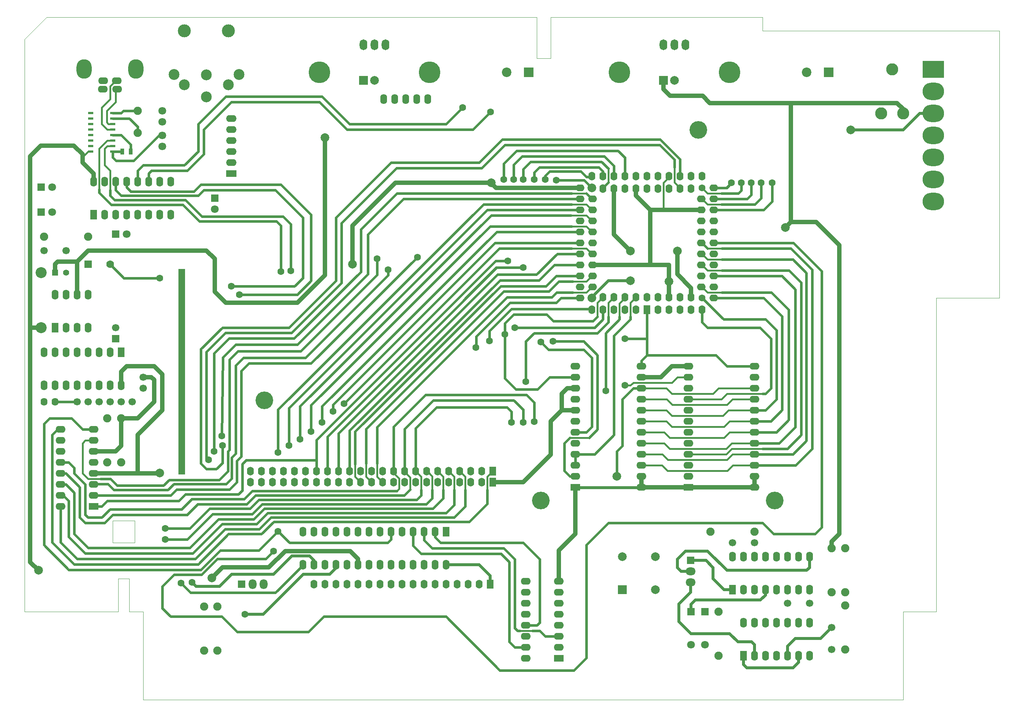
<source format=gtl>
G04 (created by PCBNEW (2013-07-07 BZR 4022)-stable) date 28/12/2022 13:18:45*
%MOIN*%
G04 Gerber Fmt 3.4, Leading zero omitted, Abs format*
%FSLAX34Y34*%
G01*
G70*
G90*
G04 APERTURE LIST*
%ADD10C,0.00590551*%
%ADD11C,0.00393701*%
%ADD12R,0.19685X0.15748*%
%ADD13O,0.19685X0.15748*%
%ADD14R,0.0649606X1.87008*%
%ADD15R,0.0787402X0.0787402*%
%ADD16C,0.0787402*%
%ADD17C,0.0748031*%
%ADD18R,0.09X0.062*%
%ADD19O,0.09X0.062*%
%ADD20C,0.19685*%
%ADD21O,0.0905512X0.0629921*%
%ADD22O,0.137795X0.177165*%
%ADD23R,0.062X0.09*%
%ADD24O,0.062X0.09*%
%ADD25O,0.07X0.0984252*%
%ADD26R,0.0629921X0.0787402*%
%ADD27O,0.0629921X0.0787402*%
%ADD28O,0.0787402X0.0629921*%
%ADD29C,0.0629921*%
%ADD30O,0.0629921X0.0905512*%
%ADD31R,0.0866142X0.0866142*%
%ADD32C,0.0866142*%
%ADD33C,0.0669291*%
%ADD34C,0.0708661*%
%ADD35R,0.035X0.055*%
%ADD36C,0.0984252*%
%ADD37C,0.11811*%
%ADD38R,0.0944882X0.0629921*%
%ADD39O,0.0944882X0.0629921*%
%ADD40R,0.0708661X0.0708661*%
%ADD41O,0.0905512X0.0708661*%
%ADD42C,0.110236*%
%ADD43R,0.045X0.02*%
%ADD44R,0.0669291X0.0669291*%
%ADD45O,0.0629921X0.0708661*%
%ADD46R,0.055X0.055*%
%ADD47C,0.055*%
%ADD48C,0.1*%
%ADD49C,0.16*%
%ADD50O,0.0708661X0.0905512*%
%ADD51R,0.07X0.07*%
%ADD52C,0.07*%
%ADD53C,0.0393701*%
%ADD54C,0.023622*%
%ADD55C,0.015748*%
%ADD56C,0.0275591*%
G04 APERTURE END LIST*
G54D10*
G54D11*
X8000Y-45750D02*
X8000Y-47750D01*
X10000Y-45750D02*
X8000Y-45750D01*
X10000Y-47750D02*
X10000Y-45750D01*
X8000Y-47750D02*
X10000Y-47750D01*
X8500Y-54000D02*
X0Y-54000D01*
X9500Y-54000D02*
X10750Y-54000D01*
X9500Y-51000D02*
X9500Y-54000D01*
X8500Y-51000D02*
X9500Y-51000D01*
X8500Y-54000D02*
X8500Y-51000D01*
X88500Y-1250D02*
X88500Y-25500D01*
X67000Y-1250D02*
X88500Y-1250D01*
X67000Y0D02*
X67000Y-1250D01*
X47750Y0D02*
X67000Y0D01*
X46500Y0D02*
X2000Y0D01*
X47750Y-3750D02*
X47750Y0D01*
X46500Y-3750D02*
X47750Y-3750D01*
X46500Y0D02*
X46500Y-3750D01*
X0Y-2000D02*
X2000Y0D01*
X0Y-54000D02*
X0Y-2000D01*
X10750Y-62000D02*
X10750Y-54000D01*
X79750Y-62000D02*
X10750Y-62000D01*
X82750Y-25500D02*
X88500Y-25500D01*
X82750Y-54000D02*
X82750Y-25500D01*
X79750Y-54000D02*
X82750Y-54000D01*
X79750Y-62000D02*
X79750Y-54000D01*
G54D12*
X82500Y-4750D03*
G54D13*
X82500Y-6750D03*
X82500Y-8750D03*
X82500Y-10750D03*
X82500Y-12750D03*
X82500Y-14750D03*
X82500Y-16750D03*
G54D14*
X14250Y-32200D03*
G54D15*
X54250Y-52000D03*
G54D16*
X54250Y-49000D03*
X57250Y-49000D03*
X57250Y-52000D03*
G54D17*
X10250Y-10500D03*
X10250Y-8500D03*
G54D18*
X48500Y-58250D03*
G54D19*
X48500Y-57250D03*
X48500Y-56250D03*
X48500Y-55250D03*
X48500Y-54250D03*
X48500Y-53250D03*
X48500Y-52250D03*
X48500Y-51250D03*
X45500Y-51250D03*
X45500Y-52250D03*
X45500Y-53250D03*
X45500Y-54250D03*
X45500Y-55250D03*
X45500Y-56250D03*
X45500Y-57250D03*
X45500Y-58250D03*
G54D20*
X64000Y-5000D03*
X54000Y-5000D03*
G54D21*
X7112Y-6550D03*
X8387Y-6550D03*
X8368Y-5763D03*
X7131Y-5763D03*
G54D22*
X5388Y-4700D03*
X10112Y-4700D03*
G54D23*
X2750Y-28200D03*
G54D24*
X3750Y-28200D03*
X4750Y-28200D03*
X5750Y-28200D03*
X5750Y-25200D03*
X4750Y-25200D03*
X3750Y-25200D03*
X2750Y-25200D03*
G54D25*
X32750Y-2500D03*
X31750Y-2500D03*
X30750Y-2500D03*
G54D23*
X64250Y-52000D03*
G54D24*
X65250Y-52000D03*
X66250Y-52000D03*
X67250Y-52000D03*
X68250Y-52000D03*
X69250Y-52000D03*
X70250Y-52000D03*
X71250Y-52000D03*
X71250Y-49000D03*
X70250Y-49000D03*
X69250Y-49000D03*
X68250Y-49000D03*
X67250Y-49000D03*
X66250Y-49000D03*
X65250Y-49000D03*
X64250Y-49000D03*
G54D26*
X56500Y-26578D03*
G54D27*
X56500Y-25421D03*
X55500Y-26578D03*
X55500Y-25421D03*
X54500Y-26578D03*
X54500Y-25421D03*
X53500Y-26578D03*
X53500Y-25421D03*
X52500Y-26578D03*
X52500Y-25421D03*
X51500Y-26578D03*
G54D28*
X50421Y-25500D03*
G54D16*
X51500Y-25500D03*
G54D28*
X50421Y-24500D03*
X51578Y-24500D03*
X50421Y-23500D03*
X51578Y-23500D03*
X50421Y-22500D03*
X51578Y-22500D03*
X50421Y-21500D03*
X51578Y-21500D03*
X50421Y-20500D03*
X51578Y-20500D03*
X50421Y-19500D03*
X51578Y-19500D03*
X50421Y-18500D03*
X51578Y-18500D03*
X50421Y-17500D03*
X51578Y-17500D03*
X50421Y-16500D03*
X51578Y-16500D03*
X50421Y-15500D03*
G54D27*
X51500Y-14421D03*
G54D16*
X51500Y-15500D03*
G54D27*
X52500Y-14421D03*
X52500Y-15578D03*
X53500Y-14421D03*
X53500Y-15578D03*
X54500Y-14421D03*
X54500Y-15578D03*
X55500Y-14421D03*
X55500Y-15578D03*
X56500Y-14421D03*
X56500Y-15578D03*
X57500Y-14421D03*
X57500Y-15578D03*
X58500Y-14421D03*
X58500Y-15578D03*
X59500Y-14421D03*
X59500Y-15578D03*
X60500Y-14421D03*
X60500Y-15578D03*
X61500Y-14421D03*
G54D28*
X62578Y-15500D03*
G54D29*
X61500Y-15500D03*
G54D28*
X62578Y-16500D03*
X61421Y-16500D03*
X62578Y-17500D03*
X61421Y-17500D03*
X62578Y-18500D03*
X61421Y-18500D03*
X62578Y-19500D03*
X61421Y-19500D03*
X62578Y-20500D03*
X61421Y-20500D03*
X62578Y-21500D03*
X61421Y-21500D03*
X62578Y-22500D03*
X61421Y-22500D03*
X62578Y-23500D03*
X61421Y-23500D03*
X62578Y-24500D03*
X61421Y-24500D03*
X62578Y-25500D03*
G54D27*
X61500Y-26578D03*
G54D29*
X61500Y-25500D03*
G54D27*
X60500Y-26578D03*
X60500Y-25421D03*
X59500Y-26578D03*
X59500Y-25421D03*
X58500Y-26578D03*
X58500Y-25421D03*
X57500Y-26578D03*
X57500Y-25421D03*
G54D18*
X50000Y-42700D03*
G54D19*
X50000Y-41700D03*
X50000Y-40700D03*
X50000Y-39700D03*
X50000Y-38700D03*
X50000Y-37700D03*
X50000Y-36700D03*
X50000Y-35700D03*
X50000Y-34700D03*
X50000Y-33700D03*
X50000Y-32700D03*
X50000Y-31700D03*
X56000Y-31700D03*
X56000Y-32700D03*
X56000Y-33700D03*
X56000Y-34700D03*
X56000Y-35700D03*
X56000Y-36700D03*
X56000Y-37700D03*
X56000Y-38700D03*
X56000Y-39700D03*
X56000Y-40700D03*
X56000Y-41700D03*
X56000Y-42700D03*
G54D18*
X6250Y-44450D03*
G54D19*
X6250Y-43450D03*
X6250Y-42450D03*
X6250Y-41450D03*
X6250Y-40450D03*
X6250Y-39450D03*
X6250Y-38450D03*
X6250Y-37450D03*
X3250Y-37450D03*
X3250Y-38450D03*
X3250Y-39450D03*
X3250Y-40450D03*
X3250Y-41450D03*
X3250Y-42450D03*
X3250Y-43450D03*
X3250Y-44450D03*
G54D23*
X65250Y-58000D03*
G54D24*
X66250Y-58000D03*
X67250Y-58000D03*
X68250Y-58000D03*
X69250Y-58000D03*
X70250Y-58000D03*
X71250Y-58000D03*
X71250Y-55000D03*
X70250Y-55000D03*
X69250Y-55000D03*
X68250Y-55000D03*
X67250Y-55000D03*
X66250Y-55000D03*
X65250Y-55000D03*
G54D25*
X60000Y-2500D03*
X59000Y-2500D03*
X58000Y-2500D03*
G54D24*
X37250Y-46750D03*
X36250Y-46750D03*
X35250Y-46750D03*
X34250Y-46750D03*
X33250Y-46750D03*
X32250Y-46750D03*
X31250Y-46750D03*
X30250Y-46750D03*
X29250Y-46750D03*
X28250Y-46750D03*
X27250Y-46750D03*
X26250Y-46750D03*
X25250Y-46750D03*
G54D23*
X38250Y-46750D03*
G54D24*
X25250Y-49750D03*
X26250Y-49750D03*
X27250Y-49750D03*
X28250Y-49750D03*
X29250Y-49750D03*
X30250Y-49750D03*
X31250Y-49750D03*
X32250Y-49750D03*
X33250Y-49750D03*
X34250Y-49750D03*
X35250Y-49750D03*
X36250Y-49750D03*
X37250Y-49750D03*
X38250Y-49750D03*
G54D20*
X36750Y-5000D03*
X26750Y-5000D03*
G54D30*
X32600Y-7450D03*
X33600Y-7450D03*
X34600Y-7450D03*
X35600Y-7450D03*
X36600Y-7450D03*
G54D17*
X73250Y-48250D03*
X73250Y-52250D03*
X62250Y-46750D03*
X66250Y-46750D03*
X63000Y-58000D03*
X63000Y-54000D03*
G54D31*
X45750Y-5000D03*
G54D32*
X43750Y-5000D03*
G54D31*
X73000Y-5000D03*
G54D32*
X71000Y-5000D03*
G54D33*
X71250Y-53250D03*
X69250Y-53250D03*
X64250Y-47750D03*
X66250Y-47750D03*
G54D15*
X30750Y-5750D03*
G54D16*
X31750Y-5750D03*
G54D15*
X58000Y-5750D03*
G54D16*
X59000Y-5750D03*
G54D34*
X12500Y-8500D03*
X12500Y-9500D03*
X12500Y-11750D03*
X12500Y-10750D03*
G54D35*
X8875Y-12200D03*
X9625Y-12200D03*
G54D26*
X42500Y-41250D03*
G54D27*
X37500Y-41250D03*
X36500Y-41250D03*
X35500Y-41250D03*
X34500Y-41250D03*
X33500Y-41250D03*
X32500Y-41250D03*
X31500Y-41250D03*
X30500Y-41250D03*
X29500Y-41250D03*
X28500Y-41250D03*
X27500Y-41250D03*
X26500Y-41250D03*
X25500Y-41250D03*
X24500Y-41250D03*
X41500Y-41250D03*
X40500Y-41250D03*
X39500Y-41250D03*
X38500Y-41250D03*
X23500Y-41250D03*
X22500Y-41250D03*
X21500Y-41250D03*
X20500Y-41250D03*
G54D26*
X42500Y-42250D03*
G54D27*
X37500Y-42250D03*
X36500Y-42250D03*
X35500Y-42250D03*
X34500Y-42250D03*
X33500Y-42250D03*
X32500Y-42250D03*
X31500Y-42250D03*
X30500Y-42250D03*
X29500Y-42250D03*
X28500Y-42250D03*
X27500Y-42250D03*
X26500Y-42250D03*
X25500Y-42250D03*
X24500Y-42250D03*
X41500Y-42250D03*
X40500Y-42250D03*
X39500Y-42250D03*
X38500Y-42250D03*
X23500Y-42250D03*
X22500Y-42250D03*
X21500Y-42250D03*
X20500Y-42250D03*
G54D36*
X19450Y-5200D03*
X14500Y-6150D03*
X16500Y-5250D03*
X13550Y-5200D03*
X18500Y-6150D03*
G54D37*
X14500Y-1250D03*
X18500Y-1250D03*
G54D36*
X16500Y-7250D03*
G54D38*
X18750Y-14200D03*
G54D39*
X18750Y-13200D03*
X18750Y-12200D03*
X18750Y-11200D03*
X18750Y-10200D03*
X18750Y-9200D03*
G54D40*
X60450Y-49350D03*
G54D41*
X60450Y-50350D03*
X60450Y-51350D03*
G54D33*
X1750Y-21200D03*
X3750Y-21200D03*
G54D42*
X77750Y-8750D03*
X78750Y-4750D03*
X79750Y-8750D03*
G54D18*
X60250Y-42700D03*
G54D19*
X60250Y-41700D03*
X60250Y-40700D03*
X60250Y-39700D03*
X60250Y-38700D03*
X60250Y-37700D03*
X60250Y-36700D03*
X60250Y-35700D03*
X60250Y-34700D03*
X60250Y-33700D03*
X60250Y-32700D03*
X60250Y-31700D03*
X66250Y-31700D03*
X66250Y-32700D03*
X66250Y-33700D03*
X66250Y-34700D03*
X66250Y-35700D03*
X66250Y-36700D03*
X66250Y-37700D03*
X66250Y-38700D03*
X66250Y-39700D03*
X66250Y-40700D03*
X66250Y-41700D03*
X66250Y-42700D03*
G54D23*
X6250Y-17950D03*
G54D24*
X7250Y-17950D03*
X8250Y-17950D03*
X9250Y-17950D03*
X10250Y-17950D03*
X11250Y-17950D03*
X12250Y-17950D03*
X13250Y-17950D03*
X13250Y-14950D03*
X12250Y-14950D03*
X11250Y-14950D03*
X10250Y-14950D03*
X9250Y-14950D03*
X8250Y-14950D03*
X7250Y-14950D03*
X6250Y-14950D03*
G54D43*
X8000Y-12200D03*
X8000Y-11700D03*
X8000Y-11200D03*
X8000Y-10700D03*
X8000Y-10200D03*
X8000Y-9700D03*
X8000Y-9200D03*
X8000Y-8700D03*
X6000Y-8700D03*
X6000Y-9200D03*
X6000Y-9700D03*
X6000Y-10200D03*
X6000Y-10700D03*
X6000Y-11200D03*
X6000Y-11700D03*
X6000Y-12200D03*
G54D40*
X1500Y-15450D03*
G54D34*
X2500Y-15450D03*
G54D40*
X8250Y-19700D03*
G54D34*
X9250Y-19700D03*
G54D40*
X1500Y-17700D03*
G54D34*
X2500Y-17700D03*
G54D40*
X17250Y-16450D03*
G54D34*
X17250Y-17450D03*
G54D26*
X42250Y-51500D03*
G54D27*
X37250Y-51500D03*
X36250Y-51500D03*
X35250Y-51500D03*
X34250Y-51500D03*
X33250Y-51500D03*
X32250Y-51500D03*
X31250Y-51500D03*
X30250Y-51500D03*
X29250Y-51500D03*
X28250Y-51500D03*
X27250Y-51500D03*
X41250Y-51500D03*
X40250Y-51500D03*
X39250Y-51500D03*
X38250Y-51500D03*
X26250Y-51500D03*
G54D33*
X4750Y-34950D03*
X5750Y-34950D03*
X6750Y-34950D03*
X7750Y-34950D03*
X8750Y-34950D03*
X9750Y-34950D03*
X10750Y-33700D03*
X10750Y-32700D03*
G54D23*
X8750Y-30450D03*
G54D24*
X7750Y-30450D03*
X6750Y-30450D03*
X5750Y-30450D03*
X4750Y-30450D03*
X3750Y-30450D03*
X2750Y-30450D03*
X1750Y-30450D03*
X1750Y-33450D03*
X2750Y-33450D03*
X3750Y-33450D03*
X4750Y-33450D03*
X5750Y-33450D03*
X6750Y-33450D03*
X7750Y-33450D03*
X8750Y-33450D03*
G54D44*
X8250Y-29200D03*
G54D33*
X8250Y-28200D03*
G54D45*
X2750Y-34950D03*
X1750Y-34950D03*
G54D17*
X7500Y-40450D03*
X7500Y-36450D03*
G54D46*
X2750Y-23200D03*
G54D47*
X3750Y-23200D03*
G54D48*
X1500Y-28200D03*
X1500Y-23200D03*
G54D49*
X21750Y-34800D03*
X46850Y-43900D03*
X61150Y-10250D03*
X68100Y-43900D03*
G54D17*
X74500Y-53450D03*
X74500Y-57450D03*
X74500Y-52250D03*
X74500Y-48250D03*
G54D33*
X73250Y-55450D03*
X73250Y-57450D03*
G54D17*
X16300Y-57550D03*
X16300Y-53550D03*
X17500Y-57550D03*
X17500Y-53550D03*
G54D40*
X19700Y-51500D03*
G54D50*
X20700Y-51500D03*
X21700Y-51500D03*
G54D17*
X8750Y-40450D03*
X8750Y-36450D03*
X5750Y-19950D03*
X1750Y-19950D03*
G54D51*
X5750Y-22450D03*
G54D52*
X7750Y-22450D03*
G54D40*
X61750Y-54000D03*
G54D34*
X61750Y-57000D03*
G54D40*
X60500Y-54000D03*
G54D34*
X60500Y-57000D03*
G54D16*
X27250Y-10950D03*
G54D29*
X45500Y-33100D03*
X15200Y-51350D03*
X14200Y-51400D03*
X67850Y-15050D03*
X66850Y-15050D03*
X65950Y-15050D03*
X65050Y-15050D03*
X64150Y-15050D03*
X47250Y-14750D03*
X46250Y-14750D03*
X45250Y-14750D03*
X44400Y-14750D03*
X43500Y-14750D03*
X19500Y-25200D03*
X18750Y-24450D03*
X52750Y-33950D03*
X32000Y-21950D03*
X12250Y-23700D03*
X33000Y-22950D03*
X35650Y-21800D03*
G54D16*
X75000Y-10250D03*
G54D29*
X48250Y-14800D03*
X17950Y-38900D03*
X22600Y-48500D03*
X16700Y-40200D03*
X44500Y-28200D03*
X43600Y-28800D03*
X54500Y-33450D03*
X27000Y-36800D03*
X28000Y-35800D03*
X29000Y-35100D03*
X42200Y-29400D03*
X40950Y-30000D03*
X17200Y-39450D03*
X17900Y-38050D03*
X23000Y-39550D03*
X24000Y-38900D03*
X25000Y-38350D03*
X26000Y-37650D03*
X45250Y-36800D03*
X46250Y-36750D03*
X12750Y-46450D03*
X44200Y-36800D03*
X12750Y-47450D03*
G54D16*
X53750Y-41700D03*
X29750Y-22450D03*
X42350Y-15050D03*
X58500Y-24000D03*
G54D29*
X20000Y-54250D03*
X39750Y-8200D03*
X42300Y-8600D03*
X46850Y-29500D03*
X23250Y-23100D03*
X24150Y-23050D03*
X47950Y-29450D03*
G54D16*
X17000Y-50950D03*
X1250Y-50250D03*
X12250Y-41400D03*
X59250Y-21250D03*
X69050Y-19100D03*
X55000Y-23950D03*
X55000Y-21250D03*
G54D29*
X45250Y-22750D03*
X23000Y-46700D03*
X54500Y-29200D03*
X43850Y-22150D03*
G54D53*
X2750Y-23200D02*
X2750Y-22450D01*
X3000Y-22200D02*
X4750Y-22200D01*
X2750Y-22450D02*
X3000Y-22200D01*
X4750Y-25200D02*
X4750Y-22200D01*
X27250Y-23450D02*
X27250Y-10950D01*
X24750Y-25950D02*
X27250Y-23450D01*
X18250Y-25950D02*
X24750Y-25950D01*
X17250Y-24950D02*
X18250Y-25950D01*
X17250Y-21950D02*
X17250Y-24950D01*
X16500Y-21200D02*
X17250Y-21950D01*
X5750Y-21200D02*
X16500Y-21200D01*
X4750Y-22200D02*
X5750Y-21200D01*
G54D54*
X46250Y-28700D02*
X52000Y-28700D01*
X53000Y-27700D02*
X53000Y-27200D01*
X52000Y-28700D02*
X53000Y-27700D01*
G54D55*
X53000Y-27200D02*
X53000Y-25950D01*
X53000Y-25950D02*
X53450Y-25500D01*
X53450Y-25500D02*
X53500Y-25500D01*
G54D54*
X46250Y-28700D02*
X45500Y-29450D01*
X45500Y-29450D02*
X45500Y-33100D01*
G54D56*
X38250Y-49750D02*
X41250Y-49750D01*
X42250Y-50750D02*
X42250Y-51500D01*
X41250Y-49750D02*
X42250Y-50750D01*
X17650Y-51700D02*
X15550Y-51700D01*
X15550Y-51700D02*
X15200Y-51350D01*
X26250Y-49750D02*
X26250Y-49350D01*
X17700Y-51700D02*
X17650Y-51700D01*
X18800Y-50600D02*
X17700Y-51700D01*
X22600Y-50600D02*
X18800Y-50600D01*
X24250Y-48950D02*
X22600Y-50600D01*
X25850Y-48950D02*
X24250Y-48950D01*
X26250Y-49350D02*
X25850Y-48950D01*
G54D54*
X19100Y-52275D02*
X15075Y-52275D01*
X15075Y-52275D02*
X14200Y-51400D01*
G54D55*
X15075Y-52275D02*
X18275Y-52275D01*
X14200Y-51400D02*
X15075Y-52275D01*
G54D54*
X22775Y-52275D02*
X19100Y-52275D01*
X19100Y-52275D02*
X18275Y-52275D01*
X25250Y-49800D02*
X25250Y-49750D01*
X22775Y-52275D02*
X25250Y-49800D01*
X62500Y-17500D02*
X67100Y-17500D01*
X67850Y-16750D02*
X67850Y-15050D01*
X67100Y-17500D02*
X67850Y-16750D01*
X63250Y-17000D02*
X66300Y-17000D01*
X66300Y-17000D02*
X66850Y-16450D01*
X66850Y-16450D02*
X66850Y-15050D01*
G54D55*
X61500Y-16500D02*
X62000Y-17000D01*
X62000Y-17000D02*
X63250Y-17000D01*
G54D54*
X62500Y-16500D02*
X65600Y-16500D01*
X65950Y-16150D02*
X65950Y-15050D01*
X65600Y-16500D02*
X65950Y-16150D01*
X63250Y-16000D02*
X63650Y-16000D01*
X63500Y-16000D02*
X63650Y-16000D01*
X65050Y-15750D02*
X65050Y-15050D01*
X64800Y-16000D02*
X65050Y-15750D01*
X63650Y-16000D02*
X64800Y-16000D01*
G54D55*
X61500Y-15500D02*
X62000Y-16000D01*
X62000Y-16000D02*
X63250Y-16000D01*
X63250Y-16000D02*
X63500Y-16000D01*
G54D54*
X62500Y-15500D02*
X63700Y-15500D01*
X63700Y-15500D02*
X64150Y-15050D01*
X63750Y-15500D02*
X62500Y-15500D01*
X64150Y-15050D02*
X63750Y-15500D01*
X47250Y-14750D02*
X47250Y-14400D01*
X50500Y-14000D02*
X51000Y-14500D01*
X47650Y-14000D02*
X50500Y-14000D01*
X47250Y-14400D02*
X47650Y-14000D01*
X51500Y-14500D02*
X51000Y-14500D01*
X52125Y-13625D02*
X46725Y-13625D01*
X46725Y-13625D02*
X46250Y-14100D01*
X46250Y-14100D02*
X46250Y-14750D01*
X52500Y-14000D02*
X52500Y-14500D01*
X52125Y-13625D02*
X52500Y-14000D01*
X45250Y-14750D02*
X45250Y-13800D01*
X45250Y-13800D02*
X45925Y-13125D01*
X52375Y-13125D02*
X45925Y-13125D01*
X52500Y-15500D02*
X53000Y-15000D01*
G54D55*
X53000Y-15000D02*
X53000Y-13750D01*
G54D54*
X53000Y-13750D02*
X52375Y-13125D01*
X44400Y-14750D02*
X44400Y-13400D01*
X44400Y-13400D02*
X45175Y-12625D01*
X52625Y-12625D02*
X53500Y-13500D01*
X53500Y-13500D02*
X53500Y-14500D01*
X52625Y-12625D02*
X45175Y-12625D01*
X43500Y-14750D02*
X43500Y-13300D01*
X43500Y-13300D02*
X44675Y-12125D01*
X53875Y-12125D02*
X44675Y-12125D01*
X54500Y-12750D02*
X53875Y-12125D01*
X54500Y-14500D02*
X54500Y-12750D01*
X50000Y-39700D02*
X51750Y-39700D01*
X51750Y-39700D02*
X53500Y-37950D01*
X53500Y-28950D02*
X55000Y-27450D01*
X53500Y-37950D02*
X53500Y-28950D01*
X55000Y-27450D02*
X55000Y-27200D01*
G54D55*
X55500Y-25500D02*
X55450Y-25500D01*
X55000Y-25950D02*
X55000Y-27200D01*
X55450Y-25500D02*
X55000Y-25950D01*
G54D54*
X50000Y-39700D02*
X50000Y-40700D01*
X69250Y-39200D02*
X70500Y-37950D01*
X70500Y-37950D02*
X70500Y-24100D01*
X63300Y-23000D02*
X69400Y-23000D01*
G54D55*
X63300Y-23000D02*
X62000Y-23000D01*
X62000Y-23000D02*
X61500Y-22500D01*
G54D54*
X69400Y-23000D02*
X70500Y-24100D01*
X69250Y-39200D02*
X67000Y-39200D01*
G54D55*
X60250Y-39700D02*
X63700Y-39700D01*
X64200Y-39200D02*
X67000Y-39200D01*
X63700Y-39700D02*
X64200Y-39200D01*
G54D54*
X9625Y-15825D02*
X15375Y-15825D01*
X15375Y-15825D02*
X16000Y-15200D01*
X26000Y-17950D02*
X26000Y-23950D01*
X23250Y-15200D02*
X16000Y-15200D01*
X26000Y-17950D02*
X23250Y-15200D01*
X26000Y-23950D02*
X24750Y-25200D01*
X24750Y-25200D02*
X19500Y-25200D01*
X9250Y-15450D02*
X9625Y-15825D01*
X9250Y-14950D02*
X9250Y-15450D01*
X8750Y-16200D02*
X15750Y-16200D01*
X15750Y-16200D02*
X16250Y-15700D01*
X18750Y-24450D02*
X24500Y-24450D01*
X25250Y-23700D02*
X25250Y-18200D01*
X24500Y-24450D02*
X25250Y-23700D01*
X25250Y-18200D02*
X22750Y-15700D01*
X16250Y-15700D02*
X22750Y-15700D01*
X8250Y-14950D02*
X8250Y-15700D01*
X8250Y-15700D02*
X8750Y-16200D01*
X52750Y-33950D02*
X52750Y-28700D01*
X54000Y-27450D02*
X54000Y-27200D01*
X52750Y-28700D02*
X54000Y-27450D01*
G54D55*
X54000Y-26000D02*
X54000Y-27200D01*
X54000Y-26000D02*
X54500Y-25500D01*
G54D54*
X67750Y-29200D02*
X67750Y-33700D01*
X67750Y-33700D02*
X67250Y-34200D01*
X67000Y-34200D02*
X67250Y-34200D01*
G54D55*
X67000Y-34200D02*
X63750Y-34200D01*
X63250Y-34700D02*
X60250Y-34700D01*
X63750Y-34200D02*
X63250Y-34700D01*
G54D54*
X61500Y-27700D02*
X61500Y-26500D01*
X62000Y-28200D02*
X61500Y-27700D01*
X66750Y-28200D02*
X62000Y-28200D01*
X67750Y-29200D02*
X66750Y-28200D01*
X17675Y-42025D02*
X13125Y-42025D01*
X7800Y-41950D02*
X6900Y-41950D01*
X8400Y-42550D02*
X7800Y-41950D01*
X12600Y-42550D02*
X8400Y-42550D01*
X13125Y-42025D02*
X12600Y-42550D01*
G54D55*
X5750Y-41950D02*
X6900Y-41950D01*
X5750Y-41950D02*
X5250Y-41450D01*
X5250Y-41450D02*
X5250Y-38700D01*
X5250Y-38700D02*
X5500Y-38450D01*
X5500Y-38450D02*
X6250Y-38450D01*
G54D54*
X18600Y-31100D02*
X18600Y-39300D01*
X32000Y-23400D02*
X32000Y-21950D01*
X18600Y-31100D02*
X19350Y-30350D01*
X19350Y-30350D02*
X25050Y-30350D01*
X25050Y-30350D02*
X32000Y-23400D01*
X18600Y-39300D02*
X18450Y-39450D01*
X18450Y-39450D02*
X18450Y-41250D01*
X18450Y-41250D02*
X17675Y-42025D01*
X12250Y-23700D02*
X9000Y-23700D01*
X9000Y-23700D02*
X7750Y-22450D01*
X18300Y-42400D02*
X13550Y-42400D01*
X8100Y-42950D02*
X7550Y-42400D01*
X13000Y-42950D02*
X8100Y-42950D01*
X13550Y-42400D02*
X13000Y-42950D01*
X7550Y-42400D02*
X6300Y-42400D01*
X6300Y-42400D02*
X6250Y-42450D01*
X33000Y-23450D02*
X25500Y-30950D01*
X25500Y-30950D02*
X19850Y-30950D01*
X18800Y-40000D02*
X18800Y-41900D01*
X18800Y-41900D02*
X18300Y-42400D01*
X33000Y-23450D02*
X33000Y-22950D01*
X18800Y-40000D02*
X19150Y-39650D01*
X19850Y-30950D02*
X19150Y-31650D01*
X19150Y-31650D02*
X19150Y-39650D01*
X6250Y-43450D02*
X13250Y-43450D01*
X13250Y-43450D02*
X13800Y-42900D01*
X18600Y-42900D02*
X13800Y-42900D01*
X35650Y-21800D02*
X26000Y-31450D01*
X26000Y-31450D02*
X20350Y-31450D01*
X19250Y-40300D02*
X19250Y-42250D01*
X19650Y-39900D02*
X19250Y-40300D01*
X19650Y-39900D02*
X19650Y-32150D01*
X19650Y-32150D02*
X20350Y-31450D01*
X19250Y-42250D02*
X18600Y-42900D01*
G54D56*
X64000Y-56000D02*
X60500Y-56000D01*
X60450Y-52250D02*
X60450Y-51350D01*
X59400Y-53300D02*
X60450Y-52250D01*
X59400Y-54900D02*
X59400Y-53300D01*
X60500Y-56000D02*
X59400Y-54900D01*
X66250Y-58000D02*
X66250Y-57000D01*
X64750Y-56750D02*
X64000Y-56000D01*
X66000Y-56750D02*
X64750Y-56750D01*
X66250Y-57000D02*
X66000Y-56750D01*
X82500Y-8750D02*
X81250Y-8750D01*
X81250Y-8750D02*
X79750Y-10250D01*
X79750Y-10250D02*
X75000Y-10250D01*
X60450Y-50350D02*
X59600Y-50350D01*
X71250Y-50000D02*
X71250Y-49000D01*
X71000Y-50250D02*
X71250Y-50000D01*
X63750Y-50250D02*
X71000Y-50250D01*
X62000Y-48500D02*
X63750Y-50250D01*
X60000Y-48500D02*
X62000Y-48500D01*
X59250Y-49250D02*
X60000Y-48500D01*
X59250Y-50000D02*
X59250Y-49250D01*
X59600Y-50350D02*
X59250Y-50000D01*
X64250Y-52000D02*
X63500Y-52000D01*
X61850Y-49350D02*
X60450Y-49350D01*
X62500Y-50000D02*
X61850Y-49350D01*
X62500Y-51000D02*
X62500Y-50000D01*
X63500Y-52000D02*
X62500Y-51000D01*
G54D54*
X48250Y-14800D02*
X50800Y-14800D01*
X50800Y-14800D02*
X51500Y-15500D01*
X42925Y-23375D02*
X46475Y-23375D01*
X46475Y-23375D02*
X48350Y-21500D01*
X28500Y-41250D02*
X28500Y-37800D01*
X48350Y-21500D02*
X50500Y-21500D01*
X28500Y-37800D02*
X42925Y-23375D01*
X28250Y-23950D02*
X28250Y-18200D01*
X43350Y-11100D02*
X57700Y-11100D01*
X41250Y-13200D02*
X43350Y-11100D01*
X33250Y-13200D02*
X41250Y-13200D01*
X28250Y-18200D02*
X33250Y-13200D01*
X24000Y-28200D02*
X17950Y-28200D01*
X17950Y-28200D02*
X16000Y-30150D01*
X17950Y-38900D02*
X17950Y-40500D01*
X16500Y-41050D02*
X16000Y-40550D01*
X17400Y-41050D02*
X16500Y-41050D01*
X17950Y-40500D02*
X17400Y-41050D01*
X16000Y-30150D02*
X16000Y-40550D01*
X28250Y-23950D02*
X24000Y-28200D01*
X59500Y-14500D02*
X59500Y-12900D01*
X59500Y-12900D02*
X57700Y-11100D01*
X43150Y-23900D02*
X46700Y-23900D01*
X46700Y-23900D02*
X48100Y-22500D01*
X50500Y-22500D02*
X48100Y-22500D01*
X29500Y-37550D02*
X29500Y-41250D01*
X43150Y-23900D02*
X29500Y-37550D01*
X27800Y-54450D02*
X27150Y-54450D01*
X19300Y-55850D02*
X17900Y-54450D01*
X25750Y-55850D02*
X19300Y-55850D01*
X27150Y-54450D02*
X25750Y-55850D01*
X20000Y-49200D02*
X21900Y-49200D01*
X13250Y-54450D02*
X12500Y-53700D01*
X12500Y-53700D02*
X12500Y-51700D01*
X12500Y-51700D02*
X13550Y-50650D01*
X13550Y-50650D02*
X16050Y-50650D01*
X16050Y-50650D02*
X17500Y-49200D01*
X17500Y-49200D02*
X20000Y-49200D01*
X17900Y-54450D02*
X13250Y-54450D01*
X21900Y-49200D02*
X22600Y-48500D01*
X43125Y-59325D02*
X49875Y-59325D01*
X49875Y-59325D02*
X51000Y-58200D01*
X27800Y-54450D02*
X38250Y-54450D01*
X38250Y-54450D02*
X43125Y-59325D01*
X51000Y-58200D02*
X51000Y-47950D01*
X53000Y-45950D02*
X67000Y-45950D01*
X51000Y-47950D02*
X53000Y-45950D01*
X68000Y-46950D02*
X67000Y-45950D01*
X72375Y-23075D02*
X72375Y-46325D01*
X71750Y-46950D02*
X68000Y-46950D01*
X72375Y-46325D02*
X71750Y-46950D01*
X62500Y-20500D02*
X69800Y-20500D01*
X69800Y-20500D02*
X72375Y-23075D01*
X57650Y-11600D02*
X43600Y-11600D01*
X28750Y-18700D02*
X28750Y-24150D01*
X33750Y-13700D02*
X28750Y-18700D01*
X41500Y-13700D02*
X33750Y-13700D01*
X43600Y-11600D02*
X41500Y-13700D01*
X24225Y-28675D02*
X18225Y-28675D01*
X18225Y-28675D02*
X16500Y-30400D01*
X16500Y-40000D02*
X16500Y-30400D01*
X16700Y-40200D02*
X16500Y-40000D01*
X28750Y-24150D02*
X24225Y-28675D01*
X59000Y-13650D02*
X59000Y-12950D01*
X59000Y-12950D02*
X57650Y-11600D01*
G54D55*
X59000Y-15000D02*
X59500Y-15500D01*
X59000Y-13650D02*
X59000Y-15000D01*
G54D54*
X50750Y-28200D02*
X51750Y-28200D01*
X52500Y-27450D02*
X52500Y-26500D01*
X51750Y-28200D02*
X52500Y-27450D01*
X51500Y-28200D02*
X50750Y-28200D01*
X50750Y-28200D02*
X44500Y-28200D01*
X45750Y-28200D02*
X44500Y-28200D01*
G54D55*
X51500Y-28200D02*
X45750Y-28200D01*
G54D54*
X46000Y-33800D02*
X44600Y-33800D01*
X43600Y-32800D02*
X43600Y-28800D01*
X44600Y-33800D02*
X43600Y-32800D01*
X48000Y-27600D02*
X51600Y-27600D01*
X43600Y-27800D02*
X44400Y-27000D01*
X43600Y-28800D02*
X43600Y-27800D01*
G54D55*
X52450Y-25500D02*
X52000Y-25950D01*
X52500Y-25500D02*
X52450Y-25500D01*
G54D54*
X48000Y-27600D02*
X47400Y-27000D01*
X47400Y-27000D02*
X44400Y-27000D01*
X51600Y-27600D02*
X52000Y-27200D01*
G54D55*
X52000Y-27200D02*
X52000Y-25950D01*
G54D54*
X50000Y-32700D02*
X47650Y-32700D01*
X46550Y-33800D02*
X46000Y-33800D01*
X47650Y-32700D02*
X46550Y-33800D01*
G54D55*
X59250Y-32700D02*
X60250Y-32700D01*
X58750Y-33200D02*
X59250Y-32700D01*
X55250Y-33200D02*
X58750Y-33200D01*
X55000Y-33450D02*
X55250Y-33200D01*
X54500Y-33450D02*
X55000Y-33450D01*
G54D54*
X50500Y-19500D02*
X42850Y-19500D01*
X27000Y-36800D02*
X27000Y-35350D01*
X27000Y-35350D02*
X42850Y-19500D01*
X50500Y-20500D02*
X42700Y-20500D01*
X42700Y-20500D02*
X28000Y-35200D01*
X28000Y-35800D02*
X28000Y-35200D01*
X43100Y-21000D02*
X29000Y-35100D01*
X43100Y-21000D02*
X49650Y-21000D01*
G54D55*
X51500Y-21500D02*
X51000Y-21000D01*
X51000Y-21000D02*
X49650Y-21000D01*
G54D54*
X43225Y-24425D02*
X47325Y-24425D01*
X47325Y-24425D02*
X48250Y-23500D01*
X30000Y-40600D02*
X30000Y-37650D01*
X48250Y-23500D02*
X50500Y-23500D01*
X30000Y-37650D02*
X43225Y-24425D01*
G54D55*
X30000Y-41750D02*
X30500Y-42250D01*
X30000Y-40600D02*
X30000Y-41750D01*
G54D54*
X43500Y-24900D02*
X47600Y-24900D01*
X47600Y-24900D02*
X48500Y-24000D01*
X31000Y-40550D02*
X31000Y-37400D01*
X31000Y-37400D02*
X43500Y-24900D01*
X49750Y-24000D02*
X48500Y-24000D01*
G54D55*
X51000Y-24000D02*
X49750Y-24000D01*
X51500Y-23500D02*
X51000Y-24000D01*
X31000Y-41750D02*
X31000Y-40550D01*
X31500Y-42250D02*
X31000Y-41750D01*
G54D54*
X43800Y-25450D02*
X47850Y-25450D01*
X47850Y-25450D02*
X48300Y-25000D01*
X49750Y-25000D02*
X48300Y-25000D01*
G54D55*
X51500Y-24500D02*
X51000Y-25000D01*
X51000Y-25000D02*
X49750Y-25000D01*
G54D54*
X32000Y-37250D02*
X32000Y-40550D01*
X43800Y-25450D02*
X32000Y-37250D01*
G54D55*
X32000Y-41750D02*
X32500Y-42250D01*
X32000Y-40550D02*
X32000Y-41750D01*
G54D54*
X51500Y-26500D02*
X44200Y-26500D01*
X44200Y-26500D02*
X42200Y-28500D01*
X42200Y-29400D02*
X42200Y-28500D01*
X44050Y-25950D02*
X48250Y-25950D01*
X48250Y-25950D02*
X48700Y-25500D01*
X44050Y-25950D02*
X41000Y-29000D01*
X48700Y-25500D02*
X50500Y-25500D01*
X41000Y-29950D02*
X41000Y-29000D01*
X40950Y-30000D02*
X41000Y-29950D01*
X24475Y-29175D02*
X18575Y-29175D01*
X18575Y-29175D02*
X17200Y-30550D01*
X17200Y-39450D02*
X17200Y-30550D01*
X24475Y-29175D02*
X30525Y-23125D01*
X30525Y-23125D02*
X30525Y-19275D01*
X33800Y-16000D02*
X49650Y-16000D01*
X30525Y-19275D02*
X33800Y-16000D01*
G54D55*
X51000Y-16000D02*
X49650Y-16000D01*
G54D54*
X51500Y-16500D02*
X51000Y-16000D01*
X24775Y-29725D02*
X19175Y-29725D01*
X19175Y-29725D02*
X18000Y-30900D01*
X17900Y-38050D02*
X18000Y-30900D01*
X50500Y-16500D02*
X34400Y-16500D01*
X34400Y-16500D02*
X31150Y-19750D01*
X31150Y-19750D02*
X31150Y-23350D01*
X31150Y-23350D02*
X24775Y-29725D01*
G54D55*
X51000Y-17000D02*
X49650Y-17000D01*
X51500Y-17500D02*
X51000Y-17000D01*
G54D54*
X23000Y-35650D02*
X23000Y-39550D01*
X23000Y-35650D02*
X41650Y-17000D01*
X49650Y-17000D02*
X41650Y-17000D01*
X24000Y-35500D02*
X42000Y-17500D01*
X24000Y-38900D02*
X24000Y-35500D01*
X42000Y-17500D02*
X50500Y-17500D01*
X42350Y-18000D02*
X49600Y-18000D01*
G54D55*
X51000Y-18000D02*
X49600Y-18000D01*
X51500Y-18500D02*
X51000Y-18000D01*
G54D54*
X25000Y-38350D02*
X25000Y-35350D01*
X25000Y-35350D02*
X42350Y-18000D01*
X42250Y-19000D02*
X49650Y-19000D01*
X26000Y-37650D02*
X26000Y-35250D01*
X26000Y-35250D02*
X42250Y-19000D01*
G54D55*
X51500Y-19500D02*
X51000Y-19000D01*
X51000Y-19000D02*
X49650Y-19000D01*
G54D54*
X3250Y-47700D02*
X3250Y-44450D01*
X40000Y-44450D02*
X40000Y-42950D01*
X22350Y-45450D02*
X39000Y-45450D01*
X39000Y-45450D02*
X40000Y-44450D01*
X18200Y-46500D02*
X21300Y-46500D01*
X21300Y-46500D02*
X22350Y-45450D01*
X15500Y-49200D02*
X18200Y-46500D01*
X4750Y-49200D02*
X15500Y-49200D01*
G54D55*
X40000Y-41750D02*
X40000Y-42950D01*
X40000Y-41750D02*
X39500Y-41250D01*
G54D54*
X3250Y-47700D02*
X4750Y-49200D01*
X71500Y-22950D02*
X71500Y-39200D01*
X71500Y-39200D02*
X70000Y-40700D01*
X66250Y-40700D02*
X70000Y-40700D01*
X63300Y-21000D02*
X69550Y-21000D01*
X69550Y-21000D02*
X71500Y-22950D01*
X62000Y-21000D02*
X61500Y-20500D01*
G54D55*
X62000Y-21000D02*
X63300Y-21000D01*
X63800Y-41200D02*
X58350Y-41200D01*
X64300Y-40700D02*
X63800Y-41200D01*
X57850Y-40700D02*
X56000Y-40700D01*
X66250Y-40700D02*
X64300Y-40700D01*
X58350Y-41200D02*
X57850Y-40700D01*
G54D54*
X3250Y-43450D02*
X3500Y-43450D01*
X3500Y-43450D02*
X4000Y-43950D01*
X4000Y-43950D02*
X4000Y-47200D01*
X4000Y-47200D02*
X5500Y-48700D01*
X15250Y-48700D02*
X5500Y-48700D01*
X17925Y-46025D02*
X15250Y-48700D01*
X17925Y-46025D02*
X21075Y-46025D01*
X21075Y-46025D02*
X22050Y-45050D01*
G54D55*
X39000Y-41750D02*
X38500Y-41250D01*
X39000Y-42950D02*
X39000Y-41750D01*
G54D54*
X38250Y-45050D02*
X39000Y-44300D01*
X22050Y-45050D02*
X38250Y-45050D01*
X39000Y-44300D02*
X39000Y-42950D01*
X70975Y-23225D02*
X70975Y-38475D01*
X70975Y-38475D02*
X69750Y-39700D01*
G54D55*
X63300Y-22000D02*
X62000Y-22000D01*
X62000Y-22000D02*
X61500Y-21500D01*
G54D54*
X69750Y-22000D02*
X63300Y-22000D01*
X70975Y-23225D02*
X69750Y-22000D01*
X66250Y-39700D02*
X69750Y-39700D01*
G54D55*
X56000Y-39700D02*
X57900Y-39700D01*
X57900Y-39700D02*
X58400Y-40200D01*
X58400Y-40200D02*
X63750Y-40200D01*
X63750Y-40200D02*
X64250Y-39700D01*
X64250Y-39700D02*
X66250Y-39700D01*
G54D54*
X3250Y-42450D02*
X3750Y-42450D01*
X3750Y-42450D02*
X4500Y-43200D01*
X4500Y-43200D02*
X4500Y-46950D01*
X5750Y-48200D02*
X15000Y-48200D01*
X4500Y-46950D02*
X5750Y-48200D01*
X38000Y-43700D02*
X38000Y-42950D01*
X21750Y-44650D02*
X20800Y-45600D01*
X17600Y-45600D02*
X15000Y-48200D01*
X20800Y-45600D02*
X17600Y-45600D01*
X37050Y-44650D02*
X38000Y-43700D01*
X21750Y-44650D02*
X37050Y-44650D01*
G54D55*
X37500Y-41250D02*
X38000Y-41750D01*
X38000Y-41750D02*
X38000Y-42950D01*
G54D54*
X69975Y-24725D02*
X69975Y-37225D01*
X69975Y-37225D02*
X68500Y-38700D01*
X68500Y-38700D02*
X66250Y-38700D01*
X69975Y-24725D02*
X68750Y-23500D01*
X68750Y-23500D02*
X62500Y-23500D01*
G54D55*
X66250Y-38700D02*
X64200Y-38700D01*
X64200Y-38700D02*
X63700Y-39200D01*
X63700Y-39200D02*
X58550Y-39200D01*
X58550Y-39200D02*
X58050Y-38700D01*
X58050Y-38700D02*
X56000Y-38700D01*
G54D54*
X5000Y-45450D02*
X5000Y-42700D01*
X5000Y-42700D02*
X3750Y-41450D01*
X3250Y-41450D02*
X3750Y-41450D01*
X20150Y-44250D02*
X15700Y-44250D01*
X5500Y-45950D02*
X5000Y-45450D01*
X7250Y-45950D02*
X5500Y-45950D01*
X8000Y-45200D02*
X7250Y-45950D01*
X14750Y-45200D02*
X8000Y-45200D01*
X15700Y-44250D02*
X14750Y-45200D01*
X69375Y-26575D02*
X69375Y-36575D01*
X69375Y-36575D02*
X68250Y-37700D01*
X34500Y-41250D02*
X34500Y-37400D01*
X45250Y-35650D02*
X45250Y-36800D01*
X44400Y-34800D02*
X45250Y-35650D01*
X37100Y-34800D02*
X44400Y-34800D01*
X34500Y-37400D02*
X37100Y-34800D01*
X67800Y-25000D02*
X63300Y-25000D01*
X34475Y-43425D02*
X35000Y-42900D01*
G54D55*
X34500Y-41300D02*
X35000Y-41800D01*
X35000Y-41800D02*
X35000Y-42900D01*
G54D54*
X34500Y-41250D02*
X34500Y-41300D01*
X20975Y-43425D02*
X20150Y-44250D01*
X34475Y-43425D02*
X20975Y-43425D01*
G54D55*
X62000Y-25000D02*
X63300Y-25000D01*
X62000Y-25000D02*
X61500Y-24500D01*
G54D54*
X66250Y-37700D02*
X68250Y-37700D01*
X67800Y-25000D02*
X69375Y-26575D01*
G54D55*
X56000Y-37700D02*
X58050Y-37700D01*
X64000Y-37700D02*
X66250Y-37700D01*
X63500Y-38200D02*
X64000Y-37700D01*
X58550Y-38200D02*
X63500Y-38200D01*
X58050Y-37700D02*
X58550Y-38200D01*
G54D54*
X5500Y-45200D02*
X5500Y-42450D01*
X4500Y-40950D02*
X4000Y-40450D01*
X4500Y-41450D02*
X4500Y-40950D01*
X5500Y-42450D02*
X4500Y-41450D01*
X3250Y-40450D02*
X4000Y-40450D01*
X19925Y-43775D02*
X15175Y-43775D01*
X5750Y-45450D02*
X5500Y-45200D01*
X7000Y-45450D02*
X5750Y-45450D01*
X7750Y-44700D02*
X7000Y-45450D01*
X14250Y-44700D02*
X7750Y-44700D01*
X15175Y-43775D02*
X14250Y-44700D01*
X20650Y-43050D02*
X19925Y-43775D01*
X33800Y-43050D02*
X20650Y-43050D01*
X68775Y-27175D02*
X68775Y-35675D01*
X68775Y-35675D02*
X67750Y-36700D01*
X33500Y-41250D02*
X33500Y-41400D01*
G54D55*
X34000Y-41900D02*
X34000Y-42850D01*
X33500Y-41400D02*
X34000Y-41900D01*
X34000Y-42850D02*
X33800Y-43050D01*
G54D54*
X33500Y-41250D02*
X33500Y-37200D01*
X46250Y-35000D02*
X46250Y-36750D01*
X45550Y-34300D02*
X46250Y-35000D01*
X36400Y-34300D02*
X45550Y-34300D01*
X33500Y-37200D02*
X36400Y-34300D01*
X66250Y-36700D02*
X67750Y-36700D01*
X67100Y-25500D02*
X62500Y-25500D01*
X68775Y-27175D02*
X67100Y-25500D01*
G54D55*
X66250Y-36700D02*
X64000Y-36700D01*
X64000Y-36700D02*
X63500Y-37200D01*
X63500Y-37200D02*
X58750Y-37200D01*
X58750Y-37200D02*
X58250Y-36700D01*
X58250Y-36700D02*
X56000Y-36700D01*
G54D54*
X16798Y-44651D02*
X15000Y-46450D01*
X15000Y-46450D02*
X12750Y-46450D01*
X17749Y-44651D02*
X16798Y-44651D01*
X68250Y-28450D02*
X68250Y-34700D01*
X68250Y-34700D02*
X67250Y-35700D01*
X35500Y-41250D02*
X35500Y-37350D01*
X44200Y-35850D02*
X44200Y-36800D01*
X43800Y-35450D02*
X44200Y-35850D01*
X37400Y-35450D02*
X43800Y-35450D01*
X35500Y-37350D02*
X37400Y-35450D01*
X21250Y-43850D02*
X35600Y-43850D01*
X21250Y-43850D02*
X20450Y-44650D01*
X20450Y-44650D02*
X17749Y-44651D01*
G54D55*
X35500Y-41250D02*
X36000Y-41750D01*
X36000Y-41750D02*
X36000Y-42950D01*
G54D54*
X35600Y-43850D02*
X36000Y-43450D01*
X36000Y-43450D02*
X36000Y-42950D01*
X63450Y-27450D02*
X67250Y-27450D01*
X66250Y-35700D02*
X67250Y-35700D01*
X63450Y-27450D02*
X61500Y-25500D01*
X67250Y-27450D02*
X68250Y-28450D01*
G54D55*
X56000Y-35700D02*
X58250Y-35700D01*
X58250Y-35700D02*
X58750Y-36200D01*
X58750Y-36200D02*
X63400Y-36200D01*
X63400Y-36200D02*
X63900Y-35700D01*
X63900Y-35700D02*
X66250Y-35700D01*
G54D54*
X20650Y-45150D02*
X17050Y-45150D01*
X14750Y-47450D02*
X12750Y-47450D01*
X17050Y-45150D02*
X14750Y-47450D01*
G54D55*
X37000Y-41700D02*
X37000Y-42950D01*
G54D54*
X37000Y-43700D02*
X37000Y-42950D01*
X36450Y-44250D02*
X37000Y-43700D01*
G54D55*
X36500Y-41250D02*
X36550Y-41250D01*
X36550Y-41250D02*
X37000Y-41700D01*
X58800Y-35200D02*
X63750Y-35200D01*
X63750Y-35200D02*
X64250Y-34700D01*
X66250Y-34700D02*
X64250Y-34700D01*
X58300Y-34700D02*
X56000Y-34700D01*
X58800Y-35200D02*
X58300Y-34700D01*
G54D54*
X21550Y-44250D02*
X20650Y-45150D01*
X21550Y-44250D02*
X36450Y-44250D01*
X3250Y-37450D02*
X3000Y-37450D01*
X3000Y-37450D02*
X2500Y-37950D01*
X2500Y-47700D02*
X2500Y-37950D01*
G54D55*
X42000Y-41750D02*
X42000Y-42950D01*
X42500Y-41250D02*
X42000Y-41750D01*
G54D54*
X15750Y-49700D02*
X4500Y-49700D01*
X4500Y-49700D02*
X2500Y-47700D01*
X18500Y-46950D02*
X15750Y-49700D01*
X21500Y-46950D02*
X22625Y-45825D01*
X18500Y-46950D02*
X21500Y-46950D01*
X40375Y-45825D02*
X42000Y-44200D01*
X22625Y-45825D02*
X40375Y-45825D01*
X42000Y-44200D02*
X42000Y-42950D01*
X53750Y-39450D02*
X54250Y-38950D01*
X53750Y-39450D02*
X53750Y-41700D01*
X55250Y-33700D02*
X54250Y-34700D01*
X56000Y-33700D02*
X55250Y-33700D01*
X54250Y-38950D02*
X54250Y-34700D01*
G54D55*
X66250Y-33700D02*
X63000Y-33700D01*
X58250Y-33700D02*
X58750Y-34200D01*
X58750Y-34200D02*
X62500Y-34200D01*
X56000Y-33700D02*
X58250Y-33700D01*
X63000Y-33700D02*
X62500Y-34200D01*
G54D54*
X8875Y-12200D02*
X8000Y-12200D01*
X12500Y-10750D02*
X12200Y-10750D01*
X8000Y-12750D02*
X8000Y-12200D01*
X8300Y-13050D02*
X8000Y-12750D01*
X9900Y-13050D02*
X8300Y-13050D01*
X12200Y-10750D02*
X9900Y-13050D01*
G54D53*
X6250Y-39450D02*
X8250Y-39450D01*
X8750Y-38950D02*
X8750Y-36450D01*
X8250Y-39450D02*
X8750Y-38950D01*
X8750Y-36450D02*
X10250Y-36450D01*
X11500Y-32700D02*
X10750Y-32700D01*
X11750Y-32950D02*
X11500Y-32700D01*
X11750Y-34950D02*
X11750Y-32950D01*
X10250Y-36450D02*
X11750Y-34950D01*
X42350Y-15050D02*
X33650Y-15050D01*
X29750Y-18950D02*
X29750Y-22450D01*
X33650Y-15050D02*
X29750Y-18950D01*
X50500Y-15500D02*
X42800Y-15500D01*
X42800Y-15500D02*
X42350Y-15050D01*
G54D55*
X58500Y-14500D02*
X58500Y-14550D01*
X58000Y-15050D02*
X58000Y-17500D01*
X58500Y-14550D02*
X58000Y-15050D01*
G54D53*
X56800Y-17500D02*
X56800Y-22500D01*
X60250Y-42700D02*
X56000Y-42700D01*
X60250Y-42700D02*
X66250Y-42700D01*
X66250Y-42700D02*
X66250Y-41700D01*
X56000Y-41700D02*
X56000Y-42700D01*
G54D56*
X55950Y-42750D02*
X56000Y-42700D01*
X50050Y-42750D02*
X50000Y-42700D01*
X55950Y-42750D02*
X50050Y-42750D01*
G54D53*
X50000Y-46950D02*
X50000Y-42700D01*
X48500Y-48450D02*
X50000Y-46950D01*
X48500Y-51250D02*
X48500Y-48450D01*
X51500Y-22500D02*
X56800Y-22500D01*
X56800Y-22500D02*
X58500Y-22500D01*
X58500Y-25500D02*
X58500Y-24000D01*
X58500Y-24000D02*
X58500Y-22500D01*
X55500Y-15500D02*
X55500Y-16200D01*
X56800Y-17500D02*
X58000Y-17500D01*
X58000Y-17500D02*
X61500Y-17500D01*
X55500Y-16200D02*
X56800Y-17500D01*
G54D56*
X27700Y-50600D02*
X25300Y-50600D01*
X21650Y-54250D02*
X20000Y-54250D01*
X25300Y-50600D02*
X21650Y-54250D01*
X28250Y-49750D02*
X28250Y-50050D01*
X28250Y-50050D02*
X27700Y-50600D01*
G54D54*
X46100Y-55750D02*
X46750Y-55750D01*
X44750Y-55750D02*
X44950Y-55750D01*
X36250Y-46750D02*
X36250Y-47500D01*
X36250Y-47500D02*
X37000Y-48250D01*
X37000Y-48250D02*
X43500Y-48250D01*
X43500Y-48250D02*
X44500Y-49250D01*
X44500Y-49250D02*
X44500Y-55500D01*
X44500Y-55500D02*
X44750Y-55750D01*
G54D55*
X44950Y-55750D02*
X46100Y-55750D01*
G54D54*
X46750Y-55750D02*
X47250Y-56250D01*
X47250Y-56250D02*
X48500Y-56250D01*
X45500Y-55250D02*
X46500Y-55250D01*
X37250Y-47250D02*
X37750Y-47750D01*
X37250Y-46750D02*
X37250Y-47250D01*
X37750Y-47750D02*
X45250Y-47750D01*
X46500Y-55250D02*
X46750Y-55000D01*
X46750Y-55000D02*
X46750Y-49250D01*
X46750Y-49250D02*
X45250Y-47750D01*
X44000Y-56750D02*
X44000Y-49500D01*
X44000Y-56750D02*
X44500Y-57250D01*
X44500Y-57250D02*
X45500Y-57250D01*
X44000Y-49500D02*
X43250Y-48750D01*
X43250Y-48750D02*
X36000Y-48750D01*
X36000Y-48750D02*
X35250Y-48000D01*
X35250Y-48000D02*
X35250Y-46750D01*
X38250Y-9700D02*
X29500Y-9700D01*
X10250Y-14950D02*
X10250Y-13950D01*
X14500Y-13450D02*
X10750Y-13450D01*
X10750Y-13450D02*
X10250Y-13950D01*
X29500Y-9700D02*
X27000Y-7200D01*
X27000Y-7200D02*
X18250Y-7200D01*
X18250Y-7200D02*
X15750Y-9700D01*
X15750Y-9700D02*
X15750Y-12200D01*
X15750Y-12200D02*
X14500Y-13450D01*
X39750Y-8200D02*
X38250Y-9700D01*
X29250Y-10200D02*
X40700Y-10200D01*
X26750Y-7700D02*
X29250Y-10200D01*
X18750Y-7700D02*
X26750Y-7700D01*
X16250Y-10200D02*
X18750Y-7700D01*
X16250Y-12450D02*
X16250Y-10200D01*
X14750Y-13950D02*
X16250Y-12450D01*
X11250Y-14200D02*
X11250Y-14950D01*
X11500Y-13950D02*
X11250Y-14200D01*
X11500Y-13950D02*
X14750Y-13950D01*
X40700Y-10200D02*
X42300Y-8600D01*
X23250Y-18950D02*
X23250Y-23100D01*
X50750Y-30200D02*
X47550Y-30200D01*
X47550Y-30200D02*
X46850Y-29500D01*
X51000Y-37700D02*
X51500Y-37200D01*
X51500Y-37200D02*
X51500Y-30950D01*
X50000Y-37700D02*
X51000Y-37700D01*
X51500Y-30950D02*
X50750Y-30200D01*
X22850Y-18550D02*
X15850Y-18550D01*
X15850Y-18550D02*
X14350Y-17050D01*
X6750Y-15950D02*
X6750Y-15650D01*
G54D55*
X7500Y-11200D02*
X8000Y-11200D01*
X6750Y-11950D02*
X7500Y-11200D01*
X6750Y-15650D02*
X6750Y-11950D01*
G54D54*
X7850Y-17050D02*
X6750Y-15950D01*
X14350Y-17050D02*
X7850Y-17050D01*
X23250Y-18950D02*
X22850Y-18550D01*
G54D55*
X8000Y-10200D02*
X7500Y-10200D01*
X7500Y-10200D02*
X7000Y-9700D01*
X7000Y-8200D02*
X7750Y-7450D01*
X7000Y-9700D02*
X7000Y-8200D01*
X7750Y-6263D02*
X8250Y-5763D01*
X7750Y-7450D02*
X7750Y-6263D01*
X8000Y-9700D02*
X7600Y-9700D01*
X8250Y-7700D02*
X8250Y-6550D01*
X7450Y-8500D02*
X8250Y-7700D01*
X7450Y-9550D02*
X7450Y-8500D01*
X7600Y-9700D02*
X7450Y-9550D01*
G54D54*
X24150Y-18800D02*
X24150Y-23050D01*
X49000Y-41200D02*
X49500Y-41700D01*
X49000Y-38700D02*
X49000Y-41200D01*
X49500Y-38200D02*
X49000Y-38700D01*
X49500Y-41700D02*
X50000Y-41700D01*
G54D55*
X51250Y-38200D02*
X49500Y-38200D01*
G54D54*
X52000Y-37450D02*
X51250Y-38200D01*
X52000Y-30700D02*
X50750Y-29450D01*
X52000Y-37450D02*
X52000Y-30700D01*
X50750Y-29450D02*
X47950Y-29450D01*
X16100Y-18100D02*
X14600Y-16600D01*
X23450Y-18100D02*
X16100Y-18100D01*
X24150Y-18800D02*
X23450Y-18100D01*
X14600Y-16600D02*
X8150Y-16600D01*
X8150Y-16600D02*
X7750Y-16200D01*
X7750Y-16200D02*
X7750Y-15700D01*
G54D55*
X7500Y-11700D02*
X7250Y-11950D01*
X7250Y-11950D02*
X7250Y-13450D01*
X7250Y-13450D02*
X7750Y-13950D01*
X7750Y-13950D02*
X7750Y-15700D01*
X8000Y-11700D02*
X7500Y-11700D01*
G54D54*
X8000Y-10700D02*
X8750Y-10700D01*
X8750Y-10700D02*
X9625Y-11575D01*
X9625Y-11575D02*
X9625Y-12200D01*
X10250Y-10500D02*
X10250Y-9950D01*
X10250Y-9950D02*
X9500Y-9200D01*
X9500Y-9200D02*
X8000Y-9200D01*
X10250Y-8500D02*
X8950Y-8500D01*
X8950Y-8500D02*
X8750Y-8700D01*
X8750Y-8700D02*
X8000Y-8700D01*
X4750Y-34950D02*
X2750Y-34950D01*
G54D56*
X70750Y-56450D02*
X69950Y-56450D01*
X69250Y-57150D02*
X69250Y-58000D01*
X69950Y-56450D02*
X69250Y-57150D01*
X72250Y-56450D02*
X73250Y-55450D01*
X70750Y-56450D02*
X72250Y-56450D01*
X70250Y-58000D02*
X70250Y-58600D01*
X65250Y-58800D02*
X65250Y-58000D01*
X65550Y-59100D02*
X65250Y-58800D01*
X69750Y-59100D02*
X65550Y-59100D01*
X70250Y-58600D02*
X69750Y-59100D01*
X60500Y-54000D02*
X60500Y-53350D01*
X67250Y-52500D02*
X67250Y-52000D01*
X66800Y-52950D02*
X67250Y-52500D01*
X60900Y-52950D02*
X66800Y-52950D01*
X60500Y-53350D02*
X60900Y-52950D01*
G54D53*
X22175Y-49975D02*
X17975Y-49975D01*
X23650Y-48500D02*
X29550Y-48500D01*
X29550Y-48500D02*
X30250Y-49200D01*
X30250Y-49200D02*
X30250Y-49750D01*
X22175Y-49975D02*
X23650Y-48500D01*
X17975Y-49975D02*
X17000Y-50950D01*
X1250Y-50250D02*
X500Y-49500D01*
X500Y-49500D02*
X500Y-28200D01*
G54D55*
X6000Y-12200D02*
X5750Y-12200D01*
X5750Y-12200D02*
X5250Y-12700D01*
G54D53*
X1475Y-11675D02*
X4475Y-11675D01*
X5250Y-13200D02*
X6250Y-14200D01*
X5250Y-12450D02*
X5250Y-12700D01*
X5250Y-12700D02*
X5250Y-13200D01*
X4475Y-11675D02*
X5250Y-12450D01*
X1500Y-28200D02*
X500Y-28200D01*
X8750Y-33450D02*
X8750Y-32200D01*
X10250Y-37950D02*
X10250Y-41450D01*
X12500Y-35700D02*
X10250Y-37950D01*
X12500Y-32450D02*
X12500Y-35700D01*
X11750Y-31700D02*
X12500Y-32450D01*
X9250Y-31700D02*
X11750Y-31700D01*
X8750Y-32200D02*
X9250Y-31700D01*
X6250Y-41450D02*
X10250Y-41450D01*
X10250Y-41450D02*
X12200Y-41450D01*
X12200Y-41450D02*
X12250Y-41400D01*
X6250Y-14200D02*
X6250Y-14950D01*
X500Y-12650D02*
X1475Y-11675D01*
X500Y-28200D02*
X500Y-12650D01*
X69550Y-18600D02*
X71850Y-18600D01*
X73250Y-47650D02*
X73250Y-48250D01*
X73950Y-46950D02*
X73250Y-47650D01*
X73950Y-20700D02*
X73950Y-46950D01*
X71850Y-18600D02*
X73950Y-20700D01*
X59250Y-21250D02*
X59250Y-23350D01*
X60500Y-24600D02*
X60500Y-25500D01*
X59250Y-23350D02*
X60500Y-24600D01*
X69550Y-18600D02*
X69550Y-7800D01*
X69050Y-19100D02*
X69550Y-18600D01*
X79750Y-8750D02*
X79750Y-8350D01*
X79750Y-8350D02*
X79200Y-7800D01*
X79200Y-7800D02*
X69550Y-7800D01*
X69550Y-7800D02*
X62200Y-7800D01*
X62200Y-7800D02*
X61550Y-7150D01*
X61550Y-7150D02*
X58600Y-7150D01*
X58600Y-7150D02*
X58000Y-6550D01*
X58000Y-6550D02*
X58000Y-5750D01*
G54D56*
X51500Y-25500D02*
X51500Y-25450D01*
X53000Y-23950D02*
X55000Y-23950D01*
X51500Y-25450D02*
X53000Y-23950D01*
G54D53*
X53500Y-15500D02*
X53500Y-19750D01*
X53500Y-19750D02*
X55000Y-21250D01*
X56000Y-32700D02*
X57750Y-32700D01*
X58750Y-31700D02*
X60250Y-31700D01*
X57750Y-32700D02*
X58750Y-31700D01*
X48750Y-35700D02*
X47750Y-36700D01*
X45250Y-42250D02*
X47750Y-39750D01*
X42500Y-42250D02*
X45250Y-42250D01*
X47750Y-36700D02*
X47750Y-39750D01*
X50000Y-33700D02*
X49250Y-33700D01*
X49250Y-33700D02*
X48750Y-34200D01*
X48750Y-34200D02*
X48750Y-35700D01*
X48750Y-35700D02*
X50000Y-35700D01*
G54D54*
X44100Y-22750D02*
X42850Y-22750D01*
X42850Y-22750D02*
X39250Y-26350D01*
X39850Y-25750D02*
X39850Y-25700D01*
X42800Y-22750D02*
X44100Y-22750D01*
X44100Y-22750D02*
X45250Y-22750D01*
X39850Y-25700D02*
X42800Y-22750D01*
X27500Y-38100D02*
X39250Y-26350D01*
X27500Y-41250D02*
X27500Y-38100D01*
X39250Y-26350D02*
X39850Y-25750D01*
X18800Y-48450D02*
X21250Y-48450D01*
X21250Y-48450D02*
X23000Y-46700D01*
X2250Y-36450D02*
X4250Y-36450D01*
X5250Y-37450D02*
X6250Y-37450D01*
X4250Y-36450D02*
X5250Y-37450D01*
X16000Y-50200D02*
X4000Y-50200D01*
X4000Y-50200D02*
X1750Y-47950D01*
X17750Y-48450D02*
X16000Y-50200D01*
X17750Y-48450D02*
X18800Y-48450D01*
X1750Y-36950D02*
X1750Y-47950D01*
X2250Y-36450D02*
X1750Y-36950D01*
X24050Y-47750D02*
X23000Y-46700D01*
X32950Y-47750D02*
X24050Y-47750D01*
X32950Y-47750D02*
X33250Y-47450D01*
X33250Y-47450D02*
X33250Y-46750D01*
X14000Y-43950D02*
X7500Y-43950D01*
X7000Y-44450D02*
X6250Y-44450D01*
X7500Y-43950D02*
X7000Y-44450D01*
X19400Y-43350D02*
X14600Y-43350D01*
X14600Y-43350D02*
X14000Y-43950D01*
X19400Y-43350D02*
X19750Y-43000D01*
X19750Y-43000D02*
X19750Y-40600D01*
X19750Y-40600D02*
X20100Y-40250D01*
X20100Y-40250D02*
X26500Y-40250D01*
X56500Y-29200D02*
X54500Y-29200D01*
X42750Y-22150D02*
X43850Y-22150D01*
X26500Y-41250D02*
X26500Y-38400D01*
X26500Y-38400D02*
X42750Y-22150D01*
X26500Y-40250D02*
X26500Y-41250D01*
X56000Y-31700D02*
X56000Y-31200D01*
X56000Y-31200D02*
X56500Y-30700D01*
X56500Y-30700D02*
X56500Y-26500D01*
X66250Y-31700D02*
X63750Y-31700D01*
X62750Y-30700D02*
X56500Y-30700D01*
X63750Y-31700D02*
X62750Y-30700D01*
G54D55*
X56500Y-26500D02*
X56500Y-29200D01*
M02*

</source>
